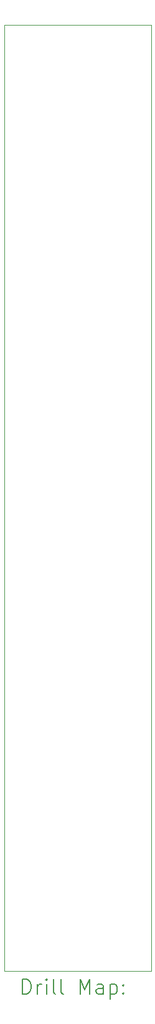
<source format=gbr>
%TF.GenerationSoftware,KiCad,Pcbnew,6.0.11+dfsg-1~bpo11+1*%
%TF.CreationDate,2023-06-07T14:08:49+08:00*%
%TF.ProjectId,MiniSNH v1.0 - Front,4d696e69-534e-4482-9076-312e30202d20,rev?*%
%TF.SameCoordinates,Original*%
%TF.FileFunction,Drillmap*%
%TF.FilePolarity,Positive*%
%FSLAX45Y45*%
G04 Gerber Fmt 4.5, Leading zero omitted, Abs format (unit mm)*
G04 Created by KiCad (PCBNEW 6.0.11+dfsg-1~bpo11+1) date 2023-06-07 14:08:49*
%MOMM*%
%LPD*%
G01*
G04 APERTURE LIST*
%ADD10C,0.100000*%
%ADD11C,0.200000*%
G04 APERTURE END LIST*
D10*
X11000000Y-17750000D02*
X11000000Y-4900000D01*
X13000000Y-17750000D02*
X13000000Y-4900000D01*
X11000000Y-4900000D02*
X13000000Y-4900000D01*
X13000000Y-17750000D02*
X11000000Y-17750000D01*
D11*
X11252619Y-18065476D02*
X11252619Y-17865476D01*
X11300238Y-17865476D01*
X11328809Y-17875000D01*
X11347857Y-17894048D01*
X11357381Y-17913095D01*
X11366905Y-17951190D01*
X11366905Y-17979762D01*
X11357381Y-18017857D01*
X11347857Y-18036905D01*
X11328809Y-18055952D01*
X11300238Y-18065476D01*
X11252619Y-18065476D01*
X11452619Y-18065476D02*
X11452619Y-17932143D01*
X11452619Y-17970238D02*
X11462143Y-17951190D01*
X11471667Y-17941667D01*
X11490714Y-17932143D01*
X11509762Y-17932143D01*
X11576428Y-18065476D02*
X11576428Y-17932143D01*
X11576428Y-17865476D02*
X11566905Y-17875000D01*
X11576428Y-17884524D01*
X11585952Y-17875000D01*
X11576428Y-17865476D01*
X11576428Y-17884524D01*
X11700238Y-18065476D02*
X11681190Y-18055952D01*
X11671667Y-18036905D01*
X11671667Y-17865476D01*
X11805000Y-18065476D02*
X11785952Y-18055952D01*
X11776428Y-18036905D01*
X11776428Y-17865476D01*
X12033571Y-18065476D02*
X12033571Y-17865476D01*
X12100238Y-18008333D01*
X12166905Y-17865476D01*
X12166905Y-18065476D01*
X12347857Y-18065476D02*
X12347857Y-17960714D01*
X12338333Y-17941667D01*
X12319286Y-17932143D01*
X12281190Y-17932143D01*
X12262143Y-17941667D01*
X12347857Y-18055952D02*
X12328809Y-18065476D01*
X12281190Y-18065476D01*
X12262143Y-18055952D01*
X12252619Y-18036905D01*
X12252619Y-18017857D01*
X12262143Y-17998810D01*
X12281190Y-17989286D01*
X12328809Y-17989286D01*
X12347857Y-17979762D01*
X12443095Y-17932143D02*
X12443095Y-18132143D01*
X12443095Y-17941667D02*
X12462143Y-17932143D01*
X12500238Y-17932143D01*
X12519286Y-17941667D01*
X12528809Y-17951190D01*
X12538333Y-17970238D01*
X12538333Y-18027381D01*
X12528809Y-18046429D01*
X12519286Y-18055952D01*
X12500238Y-18065476D01*
X12462143Y-18065476D01*
X12443095Y-18055952D01*
X12624048Y-18046429D02*
X12633571Y-18055952D01*
X12624048Y-18065476D01*
X12614524Y-18055952D01*
X12624048Y-18046429D01*
X12624048Y-18065476D01*
X12624048Y-17941667D02*
X12633571Y-17951190D01*
X12624048Y-17960714D01*
X12614524Y-17951190D01*
X12624048Y-17941667D01*
X12624048Y-17960714D01*
M02*

</source>
